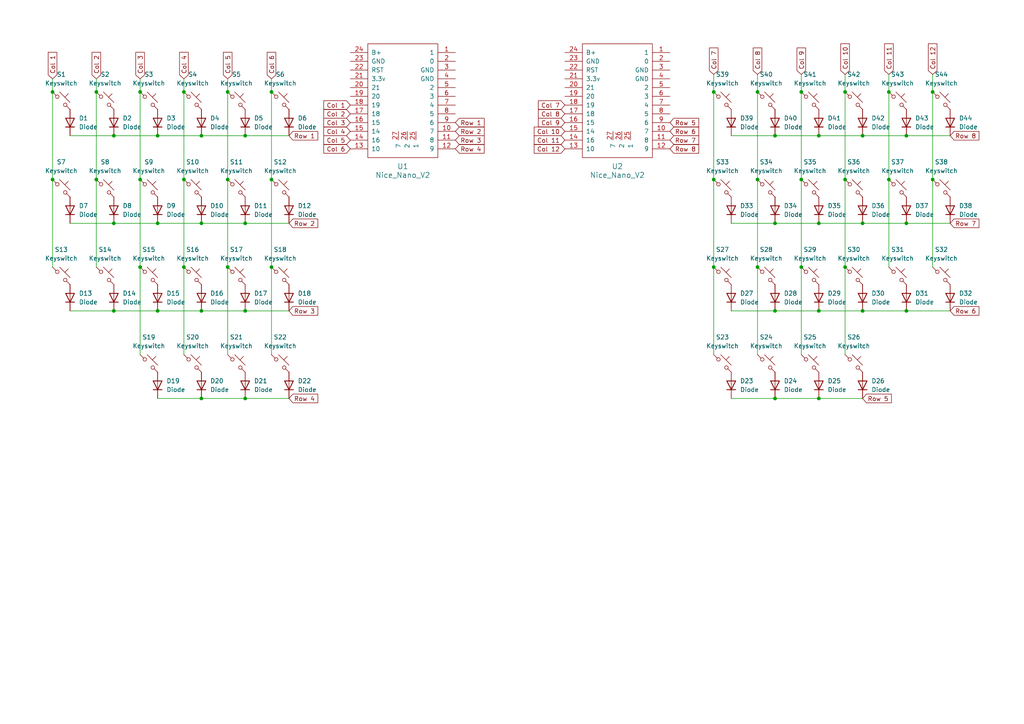
<source format=kicad_sch>
(kicad_sch (version 20250114) (generator "eeschema") (generator_version "9.0")
  (paper "A4")
  (lib_symbols
    (symbol "ScottoKeebs:MCU_Nice_Nano_V2" (pin_names (offset 1.016))
      (property "Reference" "U" (at 0 0 0))
      (property "Value" "Nice_Nano_V2" (at 0 -19.05 0))
      (symbol "MCU_Nice_Nano_V2_0_1"
        (rectangle (start -10.16 16.51) (end 10.16 -16.51))
      )
      (symbol "MCU_Nice_Nano_V2_1_1"
        (pin input line (at -15.24 13.97 0) (length 5.08) (name "1") (number "1"))
        (pin input line (at -15.24 11.43 0) (length 5.08) (name "0") (number "2"))
        (pin input line (at -15.24 8.89 0) (length 5.08) (name "GND") (number "3"))
        (pin input line (at -15.24 6.35 0) (length 5.08) (name "GND") (number "4"))
        (pin input line (at -15.24 3.81 0) (length 5.08) (name "2") (number "5"))
        (pin input line (at -15.24 1.27 0) (length 5.08) (name "3") (number "6"))
        (pin input line (at -15.24 -1.27 0) (length 5.08) (name "4") (number "7"))
        (pin input line (at -15.24 -3.81 0) (length 5.08) (name "5") (number "8"))
        (pin input line (at -15.24 -6.35 0) (length 5.08) (name "6") (number "9"))
        (pin input line (at -15.24 -8.89 0) (length 5.08) (name "7") (number "10"))
        (pin input line (at -15.24 -11.43 0) (length 5.08) (name "8") (number "11"))
        (pin input line (at -15.24 -13.97 0) (length 5.08) (name "9") (number "12"))
        (pin input line (at -3.81 -8.89 270) (length 2.5) (name "1") (number "25"))
        (pin input line (at -1.27 -8.89 270) (length 2.5) (name "2") (number "26"))
        (pin input line (at 1.27 -8.89 270) (length 2.5) (name "7") (number "27"))
        (pin input line (at 15.24 13.97 180) (length 5.08) (name "B+") (number "24"))
        (pin input line (at 15.24 11.43 180) (length 5.08) (name "GND") (number "23"))
        (pin input line (at 15.24 8.89 180) (length 5.08) (name "RST") (number "22"))
        (pin input line (at 15.24 6.35 180) (length 5.08) (name "3.3v") (number "21"))
        (pin input line (at 15.24 3.81 180) (length 5.08) (name "21") (number "20"))
        (pin input line (at 15.24 1.27 180) (length 5.08) (name "20") (number "19"))
        (pin input line (at 15.24 -1.27 180) (length 5.08) (name "19") (number "18"))
        (pin input line (at 15.24 -3.81 180) (length 5.08) (name "18") (number "17"))
        (pin input line (at 15.24 -6.35 180) (length 5.08) (name "15") (number "16"))
        (pin input line (at 15.24 -8.89 180) (length 5.08) (name "14") (number "15"))
        (pin input line (at 15.24 -11.43 180) (length 5.08) (name "16") (number "14"))
        (pin input line (at 15.24 -13.97 180) (length 5.08) (name "10") (number "13"))
      )
    )
    (symbol "ScottoKeebs:Placeholder_Diode" (pin_numbers (hide yes)) (pin_names (hide yes))
      (property "Reference" "D" (at 0 2.54 0))
      (property "Value" "Diode" (at 0 -2.54 0))
      (symbol "Placeholder_Diode_0_1"
        (polyline (pts (xy -1.27 1.27) (xy -1.27 -1.27)) (stroke (width 0.254)))
        (polyline (pts (xy 1.27 1.27) (xy 1.27 -1.27) (xy -1.27 0) (xy 1.27 1.27)) (stroke (width 0.254)))
        (polyline (pts (xy 1.27 0) (xy -1.27 0)))
      )
      (symbol "Placeholder_Diode_1_1"
        (pin passive line (at -3.81 0 0) (length 2.54) (name "K") (number "1"))
        (pin passive line (at 3.81 0 180) (length 2.54) (name "A") (number "2"))
      )
    )
    (symbol "ScottoKeebs:Placeholder_Keyswitch" (pin_numbers (hide yes)) (pin_names (offset 1.016) (hide yes))
      (property "Reference" "S" (at 3.048 1.016 0))
      (property "Value" "Keyswitch" (at 0 -3.81 0))
      (symbol "Placeholder_Keyswitch_0_1"
        (polyline (pts (xy -2.54 2.54) (xy -1.524 1.524) (xy -1.524 1.524)))
        (circle (center -1.1684 1.1684) (radius 0.508))
        (polyline (pts (xy -0.508 2.54) (xy 2.54 -0.508)))
        (polyline (pts (xy 1.016 1.016) (xy 2.032 2.032)))
        (circle (center 1.143 -1.1938) (radius 0.508))
        (polyline (pts (xy 1.524 -1.524) (xy 2.54 -2.54) (xy 2.54 -2.54) (xy 2.54 -2.54)))
        (pin passive line (at -2.54 2.54 0) (length 0) (name "1") (number "1"))
        (pin passive line (at 2.54 -2.54 180) (length 0) (name "2") (number "2"))
      )
    )
  )
  (junction (at 270.51 26.67))
  (junction (at 207.01 52.07))
  (junction (at 40.64 77.47))
  (junction (at 224.79 39.37))
  (junction (at 262.89 39.37))
  (junction (at 78.74 52.07))
  (junction (at 257.81 52.07))
  (junction (at 33.02 64.77))
  (junction (at 33.02 39.37))
  (junction (at 58.42 90.17))
  (junction (at 232.41 52.07))
  (junction (at 66.04 26.67))
  (junction (at 250.19 64.77))
  (junction (at 71.12 39.37))
  (junction (at 262.89 64.77))
  (junction (at 232.41 26.67))
  (junction (at 224.79 115.57))
  (junction (at 237.49 64.77))
  (junction (at 15.24 52.07))
  (junction (at 33.02 90.17))
  (junction (at 245.11 77.47))
  (junction (at 207.01 26.67))
  (junction (at 262.89 90.17))
  (junction (at 232.41 77.47))
  (junction (at 257.81 26.67))
  (junction (at 71.12 115.57))
  (junction (at 270.51 52.07))
  (junction (at 245.11 26.67))
  (junction (at 237.49 39.37))
  (junction (at 45.72 90.17))
  (junction (at 250.19 90.17))
  (junction (at 71.12 64.77))
  (junction (at 66.04 77.47))
  (junction (at 27.94 52.07))
  (junction (at 219.71 26.67))
  (junction (at 58.42 39.37))
  (junction (at 40.64 52.07))
  (junction (at 250.19 39.37))
  (junction (at 245.11 52.07))
  (junction (at 224.79 90.17))
  (junction (at 219.71 77.47))
  (junction (at 58.42 115.57))
  (junction (at 78.74 77.47))
  (junction (at 71.12 90.17))
  (junction (at 40.64 26.67))
  (junction (at 219.71 52.07))
  (junction (at 207.01 77.47))
  (junction (at 53.34 26.67))
  (junction (at 78.74 26.67))
  (junction (at 45.72 39.37))
  (junction (at 15.24 26.67))
  (junction (at 53.34 77.47))
  (junction (at 237.49 115.57))
  (junction (at 53.34 52.07))
  (junction (at 66.04 52.07))
  (junction (at 45.72 64.77))
  (junction (at 237.49 90.17))
  (junction (at 224.79 64.77))
  (junction (at 27.94 26.67))
  (junction (at 58.42 64.77))
  (wire (pts (xy 224.79 115.57) (xy 237.49 115.57)))
  (wire (pts (xy 53.34 77.47) (xy 53.34 102.87)))
  (wire (pts (xy 45.72 39.37) (xy 58.42 39.37)))
  (wire (pts (xy 45.72 90.17) (xy 58.42 90.17)))
  (wire (pts (xy 257.81 52.07) (xy 257.81 77.47)))
  (wire (pts (xy 27.94 22.86) (xy 27.94 26.67)))
  (wire (pts (xy 250.19 90.17) (xy 262.89 90.17)))
  (wire (pts (xy 270.51 26.67) (xy 270.51 52.07)))
  (wire (pts (xy 245.11 21.59) (xy 245.11 26.67)))
  (wire (pts (xy 232.41 26.67) (xy 232.41 52.07)))
  (wire (pts (xy 20.32 39.37) (xy 33.02 39.37)))
  (wire (pts (xy 219.71 26.67) (xy 219.71 52.07)))
  (wire (pts (xy 53.34 52.07) (xy 53.34 77.47)))
  (wire (pts (xy 232.41 21.59) (xy 232.41 26.67)))
  (wire (pts (xy 219.71 52.07) (xy 219.71 77.47)))
  (wire (pts (xy 245.11 26.67) (xy 245.11 52.07)))
  (wire (pts (xy 58.42 90.17) (xy 71.12 90.17)))
  (wire (pts (xy 71.12 39.37) (xy 83.82 39.37)))
  (wire (pts (xy 262.89 64.77) (xy 275.59 64.77)))
  (wire (pts (xy 245.11 52.07) (xy 245.11 77.47)))
  (wire (pts (xy 40.64 22.86) (xy 40.64 26.67)))
  (wire (pts (xy 40.64 52.07) (xy 40.64 77.47)))
  (wire (pts (xy 212.09 64.77) (xy 224.79 64.77)))
  (wire (pts (xy 250.19 39.37) (xy 262.89 39.37)))
  (wire (pts (xy 237.49 90.17) (xy 250.19 90.17)))
  (wire (pts (xy 232.41 77.47) (xy 232.41 102.87)))
  (wire (pts (xy 262.89 90.17) (xy 275.59 90.17)))
  (wire (pts (xy 212.09 39.37) (xy 224.79 39.37)))
  (wire (pts (xy 250.19 64.77) (xy 262.89 64.77)))
  (wire (pts (xy 15.24 26.67) (xy 15.24 52.07)))
  (wire (pts (xy 257.81 26.67) (xy 257.81 52.07)))
  (wire (pts (xy 33.02 39.37) (xy 45.72 39.37)))
  (wire (pts (xy 207.01 21.59) (xy 207.01 26.67)))
  (wire (pts (xy 20.32 64.77) (xy 33.02 64.77)))
  (wire (pts (xy 219.71 21.59) (xy 219.71 26.67)))
  (wire (pts (xy 66.04 22.86) (xy 66.04 26.67)))
  (wire (pts (xy 33.02 90.17) (xy 45.72 90.17)))
  (wire (pts (xy 66.04 77.47) (xy 66.04 102.87)))
  (wire (pts (xy 224.79 39.37) (xy 237.49 39.37)))
  (wire (pts (xy 58.42 64.77) (xy 71.12 64.77)))
  (wire (pts (xy 237.49 39.37) (xy 250.19 39.37)))
  (wire (pts (xy 58.42 115.57) (xy 71.12 115.57)))
  (wire (pts (xy 207.01 52.07) (xy 207.01 77.47)))
  (wire (pts (xy 33.02 64.77) (xy 45.72 64.77)))
  (wire (pts (xy 71.12 115.57) (xy 83.82 115.57)))
  (wire (pts (xy 257.81 21.59) (xy 257.81 26.67)))
  (wire (pts (xy 212.09 90.17) (xy 224.79 90.17)))
  (wire (pts (xy 78.74 22.86) (xy 78.74 26.67)))
  (wire (pts (xy 66.04 26.67) (xy 66.04 52.07)))
  (wire (pts (xy 232.41 52.07) (xy 232.41 77.47)))
  (wire (pts (xy 71.12 64.77) (xy 83.82 64.77)))
  (wire (pts (xy 219.71 77.47) (xy 219.71 102.87)))
  (wire (pts (xy 78.74 52.07) (xy 78.74 77.47)))
  (wire (pts (xy 45.72 64.77) (xy 58.42 64.77)))
  (wire (pts (xy 40.64 77.47) (xy 40.64 102.87)))
  (wire (pts (xy 237.49 64.77) (xy 250.19 64.77)))
  (wire (pts (xy 40.64 26.67) (xy 40.64 52.07)))
  (wire (pts (xy 262.89 39.37) (xy 275.59 39.37)))
  (wire (pts (xy 224.79 90.17) (xy 237.49 90.17)))
  (wire (pts (xy 78.74 26.67) (xy 78.74 52.07)))
  (wire (pts (xy 237.49 115.57) (xy 250.19 115.57)))
  (wire (pts (xy 58.42 39.37) (xy 71.12 39.37)))
  (wire (pts (xy 53.34 26.67) (xy 53.34 52.07)))
  (wire (pts (xy 270.51 52.07) (xy 270.51 77.47)))
  (wire (pts (xy 45.72 115.57) (xy 58.42 115.57)))
  (wire (pts (xy 207.01 77.47) (xy 207.01 102.87)))
  (wire (pts (xy 27.94 26.67) (xy 27.94 52.07)))
  (wire (pts (xy 15.24 22.86) (xy 15.24 26.67)))
  (wire (pts (xy 78.74 77.47) (xy 78.74 102.87)))
  (wire (pts (xy 27.94 52.07) (xy 27.94 77.47)))
  (wire (pts (xy 20.32 90.17) (xy 33.02 90.17)))
  (wire (pts (xy 66.04 52.07) (xy 66.04 77.47)))
  (wire (pts (xy 224.79 64.77) (xy 237.49 64.77)))
  (wire (pts (xy 15.24 52.07) (xy 15.24 77.47)))
  (wire (pts (xy 212.09 115.57) (xy 224.79 115.57)))
  (wire (pts (xy 245.11 77.47) (xy 245.11 102.87)))
  (wire (pts (xy 207.01 26.67) (xy 207.01 52.07)))
  (wire (pts (xy 270.51 21.59) (xy 270.51 26.67)))
  (wire (pts (xy 71.12 90.17) (xy 83.82 90.17)))
  (wire (pts (xy 53.34 22.86) (xy 53.34 26.67)))
  (global_label "Col 6" (shape input) (at 101.6 43.18 180) (property "Intersheetrefs" "${INTERSHEET_REFS}" (effects (hide yes))))
  (global_label "Col 7" (shape input) (at 163.83 30.48 180) (property "Intersheetrefs" "${INTERSHEET_REFS}" (effects (hide yes))))
  (global_label "Col 11" (shape input) (at 257.81 21.59 90) (property "Intersheetrefs" "${INTERSHEET_REFS}" (effects (hide yes))))
  (global_label "Row 7" (shape input) (at 194.31 40.64 0) (property "Intersheetrefs" "${INTERSHEET_REFS}" (effects (hide yes))))
  (global_label "Row 5" (shape input) (at 194.31 35.56 0) (property "Intersheetrefs" "${INTERSHEET_REFS}" (effects (hide yes))))
  (global_label "Row 2" (shape input) (at 83.82 64.77 0) (property "Intersheetrefs" "${INTERSHEET_REFS}" (effects (hide yes))))
  (global_label "Col 10" (shape input) (at 163.83 38.1 180) (property "Intersheetrefs" "${INTERSHEET_REFS}" (effects (hide yes))))
  (global_label "Col 3" (shape input) (at 101.6 35.56 180) (property "Intersheetrefs" "${INTERSHEET_REFS}" (effects (hide yes))))
  (global_label "Col 2" (shape input) (at 27.94 22.86 90) (property "Intersheetrefs" "${INTERSHEET_REFS}" (effects (hide yes))))
  (global_label "Row 6" (shape input) (at 194.31 38.1 0) (property "Intersheetrefs" "${INTERSHEET_REFS}" (effects (hide yes))))
  (global_label "Col 10" (shape input) (at 245.11 21.59 90) (property "Intersheetrefs" "${INTERSHEET_REFS}" (effects (hide yes))))
  (global_label "Col 9" (shape input) (at 163.83 35.56 180) (property "Intersheetrefs" "${INTERSHEET_REFS}" (effects (hide yes))))
  (global_label "Row 5" (shape input) (at 250.19 115.57 0) (property "Intersheetrefs" "${INTERSHEET_REFS}" (effects (hide yes))))
  (global_label "Col 12" (shape input) (at 163.83 43.18 180) (property "Intersheetrefs" "${INTERSHEET_REFS}" (effects (hide yes))))
  (global_label "Col 12" (shape input) (at 270.51 21.59 90) (property "Intersheetrefs" "${INTERSHEET_REFS}" (effects (hide yes))))
  (global_label "Col 5" (shape input) (at 66.04 22.86 90) (property "Intersheetrefs" "${INTERSHEET_REFS}" (effects (hide yes))))
  (global_label "Col 7" (shape input) (at 207.01 21.59 90) (property "Intersheetrefs" "${INTERSHEET_REFS}" (effects (hide yes))))
  (global_label "Row 3" (shape input) (at 83.82 90.17 0) (property "Intersheetrefs" "${INTERSHEET_REFS}" (effects (hide yes))))
  (global_label "Row 8" (shape input) (at 194.31 43.18 0) (property "Intersheetrefs" "${INTERSHEET_REFS}" (effects (hide yes))))
  (global_label "Row 4" (shape input) (at 132.08 43.18 0) (property "Intersheetrefs" "${INTERSHEET_REFS}" (effects (hide yes))))
  (global_label "Row 8" (shape input) (at 275.59 39.37 0) (property "Intersheetrefs" "${INTERSHEET_REFS}" (effects (hide yes))))
  (global_label "Row 2" (shape input) (at 132.08 38.1 0) (property "Intersheetrefs" "${INTERSHEET_REFS}" (effects (hide yes))))
  (global_label "Row 6" (shape input) (at 275.59 90.17 0) (property "Intersheetrefs" "${INTERSHEET_REFS}" (effects (hide yes))))
  (global_label "Row 3" (shape input) (at 132.08 40.64 0) (property "Intersheetrefs" "${INTERSHEET_REFS}" (effects (hide yes))))
  (global_label "Col 1" (shape input) (at 101.6 30.48 180) (property "Intersheetrefs" "${INTERSHEET_REFS}" (effects (hide yes))))
  (global_label "Row 1" (shape input) (at 83.82 39.37 0) (property "Intersheetrefs" "${INTERSHEET_REFS}" (effects (hide yes))))
  (global_label "Col 4" (shape input) (at 101.6 38.1 180) (property "Intersheetrefs" "${INTERSHEET_REFS}" (effects (hide yes))))
  (global_label "Col 4" (shape input) (at 53.34 22.86 90) (property "Intersheetrefs" "${INTERSHEET_REFS}" (effects (hide yes))))
  (global_label "Col 8" (shape input) (at 219.71 21.59 90) (property "Intersheetrefs" "${INTERSHEET_REFS}" (effects (hide yes))))
  (global_label "Col 3" (shape input) (at 40.64 22.86 90) (property "Intersheetrefs" "${INTERSHEET_REFS}" (effects (hide yes))))
  (global_label "Col 9" (shape input) (at 232.41 21.59 90) (property "Intersheetrefs" "${INTERSHEET_REFS}" (effects (hide yes))))
  (global_label "Row 1" (shape input) (at 132.08 35.56 0) (property "Intersheetrefs" "${INTERSHEET_REFS}" (effects (hide yes))))
  (global_label "Row 4" (shape input) (at 83.82 115.57 0) (property "Intersheetrefs" "${INTERSHEET_REFS}" (effects (hide yes))))
  (global_label "Col 5" (shape input) (at 101.6 40.64 180) (property "Intersheetrefs" "${INTERSHEET_REFS}" (effects (hide yes))))
  (global_label "Col 1" (shape input) (at 15.24 22.86 90) (property "Intersheetrefs" "${INTERSHEET_REFS}" (effects (hide yes))))
  (global_label "Row 7" (shape input) (at 275.59 64.77 0) (property "Intersheetrefs" "${INTERSHEET_REFS}" (effects (hide yes))))
  (global_label "Col 8" (shape input) (at 163.83 33.02 180) (property "Intersheetrefs" "${INTERSHEET_REFS}" (effects (hide yes))))
  (global_label "Col 11" (shape input) (at 163.83 40.64 180) (property "Intersheetrefs" "${INTERSHEET_REFS}" (effects (hide yes))))
  (global_label "Col 6" (shape input) (at 78.74 22.86 90) (property "Intersheetrefs" "${INTERSHEET_REFS}" (effects (hide yes))))
  (global_label "Col 2" (shape input) (at 101.6 33.02 180) (property "Intersheetrefs" "${INTERSHEET_REFS}" (effects (hide yes))))
  (symbol (lib_id "ScottoKeebs:Placeholder_Keyswitch") (at 260.35 29.21 0) (unit 1)
    (property "Reference" "S43" (at 260.35 21.59 0))
    (property "Value" "Keyswitch" (at 260.35 24.13 0))
    (property "Footprint" "ScottoKeebs_Hotswap:Hotswap_Choc_V1" (effects (hide yes)))
    (property "Description" "Push button switch, normally open, two pins, 45° tilted" (effects (hide yes)))
  )
  (symbol (lib_id "ScottoKeebs:Placeholder_Diode") (at 212.09 35.56 90) (unit 1)
    (property "Reference" "D39" (at 214.63 34.2899 90) (effects (justify right)))
    (property "Value" "Diode" (at 214.63 36.8299 90) (effects (justify right)))
    (property "Footprint" "ScottoKeebs_Components:Diode_DO-35" (effects (hide yes)))
    (property "Description" "1N4148 (DO-35) or 1N4148W (SOD-123)" (effects (hide yes)))
    (property "Sim.Device" "D" (effects (hide yes)))
    (property "Sim.Pins" "1=K 2=A" (effects (hide yes)))
  )
  (symbol (lib_id "ScottoKeebs:Placeholder_Diode") (at 275.59 35.56 90) (unit 1)
    (property "Reference" "D44" (at 278.13 34.2899 90) (effects (justify right)))
    (property "Value" "Diode" (at 278.13 36.8299 90) (effects (justify right)))
    (property "Footprint" "ScottoKeebs_Components:Diode_DO-35" (effects (hide yes)))
    (property "Description" "1N4148 (DO-35) or 1N4148W (SOD-123)" (effects (hide yes)))
    (property "Sim.Device" "D" (effects (hide yes)))
    (property "Sim.Pins" "1=K 2=A" (effects (hide yes)))
  )
  (symbol (lib_id "ScottoKeebs:Placeholder_Diode") (at 224.79 60.96 90) (unit 1)
    (property "Reference" "D34" (at 227.33 59.6899 90) (effects (justify right)))
    (property "Value" "Diode" (at 227.33 62.2299 90) (effects (justify right)))
    (property "Footprint" "ScottoKeebs_Components:Diode_DO-35" (effects (hide yes)))
    (property "Description" "1N4148 (DO-35) or 1N4148W (SOD-123)" (effects (hide yes)))
    (property "Sim.Device" "D" (effects (hide yes)))
    (property "Sim.Pins" "1=K 2=A" (effects (hide yes)))
  )
  (symbol (lib_id "ScottoKeebs:Placeholder_Keyswitch") (at 43.18 80.01 0) (unit 1)
    (property "Reference" "S15" (at 43.18 72.39 0))
    (property "Value" "Keyswitch" (at 43.18 74.93 0))
    (property "Footprint" "ScottoKeebs_Hotswap:Hotswap_Choc_V1" (effects (hide yes)))
    (property "Description" "Push button switch, normally open, two pins, 45° tilted" (effects (hide yes)))
  )
  (symbol (lib_id "ScottoKeebs:Placeholder_Diode") (at 224.79 111.76 90) (unit 1)
    (property "Reference" "D24" (at 227.33 110.4899 90) (effects (justify right)))
    (property "Value" "Diode" (at 227.33 113.0299 90) (effects (justify right)))
    (property "Footprint" "ScottoKeebs_Components:Diode_DO-35" (effects (hide yes)))
    (property "Description" "1N4148 (DO-35) or 1N4148W (SOD-123)" (effects (hide yes)))
    (property "Sim.Device" "D" (effects (hide yes)))
    (property "Sim.Pins" "1=K 2=A" (effects (hide yes)))
  )
  (symbol (lib_id "ScottoKeebs:Placeholder_Keyswitch") (at 55.88 80.01 0) (unit 1)
    (property "Reference" "S16" (at 55.88 72.39 0))
    (property "Value" "Keyswitch" (at 55.88 74.93 0))
    (property "Footprint" "ScottoKeebs_Hotswap:Hotswap_Choc_V1" (effects (hide yes)))
    (property "Description" "Push button switch, normally open, two pins, 45° tilted" (effects (hide yes)))
  )
  (symbol (lib_id "ScottoKeebs:Placeholder_Keyswitch") (at 17.78 29.21 0) (unit 1)
    (property "Reference" "S1" (at 17.78 21.59 0))
    (property "Value" "Keyswitch" (at 17.78 24.13 0))
    (property "Footprint" "ScottoKeebs_Hotswap:Hotswap_Choc_V1" (effects (hide yes)))
    (property "Description" "Push button switch, normally open, two pins, 45° tilted" (effects (hide yes)))
  )
  (symbol (lib_id "ScottoKeebs:Placeholder_Keyswitch") (at 17.78 54.61 0) (unit 1)
    (property "Reference" "S7" (at 17.78 46.99 0))
    (property "Value" "Keyswitch" (at 17.78 49.53 0))
    (property "Footprint" "ScottoKeebs_Hotswap:Hotswap_Choc_V1" (effects (hide yes)))
    (property "Description" "Push button switch, normally open, two pins, 45° tilted" (effects (hide yes)))
  )
  (symbol (lib_id "ScottoKeebs:Placeholder_Diode") (at 262.89 86.36 90) (unit 1)
    (property "Reference" "D31" (at 265.43 85.0899 90) (effects (justify right)))
    (property "Value" "Diode" (at 265.43 87.6299 90) (effects (justify right)))
    (property "Footprint" "ScottoKeebs_Components:Diode_DO-35" (effects (hide yes)))
    (property "Description" "1N4148 (DO-35) or 1N4148W (SOD-123)" (effects (hide yes)))
    (property "Sim.Device" "D" (effects (hide yes)))
    (property "Sim.Pins" "1=K 2=A" (effects (hide yes)))
  )
  (symbol (lib_id "ScottoKeebs:Placeholder_Keyswitch") (at 247.65 105.41 0) (unit 1)
    (property "Reference" "S26" (at 247.65 97.79 0))
    (property "Value" "Keyswitch" (at 247.65 100.33 0))
    (property "Footprint" "ScottoKeebs_Hotswap:Hotswap_Choc_V1" (effects (hide yes)))
    (property "Description" "Push button switch, normally open, two pins, 45° tilted" (effects (hide yes)))
  )
  (symbol (lib_id "ScottoKeebs:Placeholder_Keyswitch") (at 81.28 29.21 0) (unit 1)
    (property "Reference" "S6" (at 81.28 21.59 0))
    (property "Value" "Keyswitch" (at 81.28 24.13 0))
    (property "Footprint" "ScottoKeebs_Hotswap:Hotswap_Choc_V1" (effects (hide yes)))
    (property "Description" "Push button switch, normally open, two pins, 45° tilted" (effects (hide yes)))
  )
  (symbol (lib_id "ScottoKeebs:Placeholder_Diode") (at 33.02 86.36 90) (unit 1)
    (property "Reference" "D14" (at 35.56 85.0899 90) (effects (justify right)))
    (property "Value" "Diode" (at 35.56 87.6299 90) (effects (justify right)))
    (property "Footprint" "ScottoKeebs_Components:Diode_DO-35" (effects (hide yes)))
    (property "Description" "1N4148 (DO-35) or 1N4148W (SOD-123)" (effects (hide yes)))
    (property "Sim.Device" "D" (effects (hide yes)))
    (property "Sim.Pins" "1=K 2=A" (effects (hide yes)))
  )
  (symbol (lib_id "ScottoKeebs:Placeholder_Keyswitch") (at 30.48 29.21 0) (unit 1)
    (property "Reference" "S2" (at 30.48 21.59 0))
    (property "Value" "Keyswitch" (at 30.48 24.13 0))
    (property "Footprint" "ScottoKeebs_Hotswap:Hotswap_Choc_V1" (effects (hide yes)))
    (property "Description" "Push button switch, normally open, two pins, 45° tilted" (effects (hide yes)))
  )
  (symbol (lib_id "ScottoKeebs:Placeholder_Keyswitch") (at 43.18 29.21 0) (unit 1)
    (property "Reference" "S3" (at 43.18 21.59 0))
    (property "Value" "Keyswitch" (at 43.18 24.13 0))
    (property "Footprint" "ScottoKeebs_Hotswap:Hotswap_Choc_V1" (effects (hide yes)))
    (property "Description" "Push button switch, normally open, two pins, 45° tilted" (effects (hide yes)))
  )
  (symbol (lib_id "ScottoKeebs:Placeholder_Diode") (at 20.32 35.56 90) (unit 1)
    (property "Reference" "D1" (at 22.86 34.2899 90) (effects (justify right)))
    (property "Value" "Diode" (at 22.86 36.8299 90) (effects (justify right)))
    (property "Footprint" "ScottoKeebs_Components:Diode_DO-35" (effects (hide yes)))
    (property "Description" "1N4148 (DO-35) or 1N4148W (SOD-123)" (effects (hide yes)))
    (property "Sim.Device" "D" (effects (hide yes)))
    (property "Sim.Pins" "1=K 2=A" (effects (hide yes)))
  )
  (symbol (lib_id "ScottoKeebs:Placeholder_Diode") (at 237.49 35.56 90) (unit 1)
    (property "Reference" "D41" (at 240.03 34.2899 90) (effects (justify right)))
    (property "Value" "Diode" (at 240.03 36.8299 90) (effects (justify right)))
    (property "Footprint" "ScottoKeebs_Components:Diode_DO-35" (effects (hide yes)))
    (property "Description" "1N4148 (DO-35) or 1N4148W (SOD-123)" (effects (hide yes)))
    (property "Sim.Device" "D" (effects (hide yes)))
    (property "Sim.Pins" "1=K 2=A" (effects (hide yes)))
  )
  (symbol (lib_id "ScottoKeebs:Placeholder_Diode") (at 275.59 60.96 90) (unit 1)
    (property "Reference" "D38" (at 278.13 59.6899 90) (effects (justify right)))
    (property "Value" "Diode" (at 278.13 62.2299 90) (effects (justify right)))
    (property "Footprint" "ScottoKeebs_Components:Diode_DO-35" (effects (hide yes)))
    (property "Description" "1N4148 (DO-35) or 1N4148W (SOD-123)" (effects (hide yes)))
    (property "Sim.Device" "D" (effects (hide yes)))
    (property "Sim.Pins" "1=K 2=A" (effects (hide yes)))
  )
  (symbol (lib_id "ScottoKeebs:Placeholder_Keyswitch") (at 234.95 29.21 0) (unit 1)
    (property "Reference" "S41" (at 234.95 21.59 0))
    (property "Value" "Keyswitch" (at 234.95 24.13 0))
    (property "Footprint" "ScottoKeebs_Hotswap:Hotswap_Choc_V1" (effects (hide yes)))
    (property "Description" "Push button switch, normally open, two pins, 45° tilted" (effects (hide yes)))
  )
  (symbol (lib_id "ScottoKeebs:Placeholder_Diode") (at 262.89 60.96 90) (unit 1)
    (property "Reference" "D37" (at 265.43 59.6899 90) (effects (justify right)))
    (property "Value" "Diode" (at 265.43 62.2299 90) (effects (justify right)))
    (property "Footprint" "ScottoKeebs_Components:Diode_DO-35" (effects (hide yes)))
    (property "Description" "1N4148 (DO-35) or 1N4148W (SOD-123)" (effects (hide yes)))
    (property "Sim.Device" "D" (effects (hide yes)))
    (property "Sim.Pins" "1=K 2=A" (effects (hide yes)))
  )
  (symbol (lib_id "ScottoKeebs:Placeholder_Keyswitch") (at 234.95 54.61 0) (unit 1)
    (property "Reference" "S35" (at 234.95 46.99 0))
    (property "Value" "Keyswitch" (at 234.95 49.53 0))
    (property "Footprint" "ScottoKeebs_Hotswap:Hotswap_Choc_V1" (effects (hide yes)))
    (property "Description" "Push button switch, normally open, two pins, 45° tilted" (effects (hide yes)))
  )
  (symbol (lib_id "ScottoKeebs:Placeholder_Keyswitch") (at 234.95 80.01 0) (unit 1)
    (property "Reference" "S29" (at 234.95 72.39 0))
    (property "Value" "Keyswitch" (at 234.95 74.93 0))
    (property "Footprint" "ScottoKeebs_Hotswap:Hotswap_Choc_V1" (effects (hide yes)))
    (property "Description" "Push button switch, normally open, two pins, 45° tilted" (effects (hide yes)))
  )
  (symbol (lib_id "ScottoKeebs:Placeholder_Keyswitch") (at 55.88 54.61 0) (unit 1)
    (property "Reference" "S10" (at 55.88 46.99 0))
    (property "Value" "Keyswitch" (at 55.88 49.53 0))
    (property "Footprint" "ScottoKeebs_Hotswap:Hotswap_Choc_V1" (effects (hide yes)))
    (property "Description" "Push button switch, normally open, two pins, 45° tilted" (effects (hide yes)))
  )
  (symbol (lib_id "ScottoKeebs:Placeholder_Keyswitch") (at 68.58 105.41 0) (unit 1)
    (property "Reference" "S21" (at 68.58 97.79 0))
    (property "Value" "Keyswitch" (at 68.58 100.33 0))
    (property "Footprint" "ScottoKeebs_Hotswap:Hotswap_Choc_V1" (effects (hide yes)))
    (property "Description" "Push button switch, normally open, two pins, 45° tilted" (effects (hide yes)))
  )
  (symbol (lib_id "ScottoKeebs:Placeholder_Keyswitch") (at 209.55 80.01 0) (unit 1)
    (property "Reference" "S27" (at 209.55 72.39 0))
    (property "Value" "Keyswitch" (at 209.55 74.93 0))
    (property "Footprint" "ScottoKeebs_Hotswap:Hotswap_Choc_V1" (effects (hide yes)))
    (property "Description" "Push button switch, normally open, two pins, 45° tilted" (effects (hide yes)))
  )
  (symbol (lib_id "ScottoKeebs:Placeholder_Keyswitch") (at 222.25 29.21 0) (unit 1)
    (property "Reference" "S40" (at 222.25 21.59 0))
    (property "Value" "Keyswitch" (at 222.25 24.13 0))
    (property "Footprint" "ScottoKeebs_Hotswap:Hotswap_Choc_V1" (effects (hide yes)))
    (property "Description" "Push button switch, normally open, two pins, 45° tilted" (effects (hide yes)))
  )
  (symbol (lib_id "ScottoKeebs:Placeholder_Keyswitch") (at 273.05 54.61 0) (unit 1)
    (property "Reference" "S38" (at 273.05 46.99 0))
    (property "Value" "Keyswitch" (at 273.05 49.53 0))
    (property "Footprint" "ScottoKeebs_Hotswap:Hotswap_Choc_V1" (effects (hide yes)))
    (property "Description" "Push button switch, normally open, two pins, 45° tilted" (effects (hide yes)))
  )
  (symbol (lib_id "ScottoKeebs:MCU_Nice_Nano_V2") (at 179.07 29.21 0) (mirror y) (unit 1)
    (property "Reference" "U2" (at 179.07 48.26 0) (effects (font (size 1.524 1.524))))
    (property "Value" "Nice_Nano_V2" (at 179.07 50.8 0) (effects (font (size 1.524 1.524))))
    (property "Footprint" "ScottoKeebs_MCU:Nice_Nano_V2_Flipped" (effects (hide yes)))
  )
  (symbol (lib_id "ScottoKeebs:Placeholder_Keyswitch") (at 222.25 80.01 0) (unit 1)
    (property "Reference" "S28" (at 222.25 72.39 0))
    (property "Value" "Keyswitch" (at 222.25 74.93 0))
    (property "Footprint" "ScottoKeebs_Hotswap:Hotswap_Choc_V1" (effects (hide yes)))
    (property "Description" "Push button switch, normally open, two pins, 45° tilted" (effects (hide yes)))
  )
  (symbol (lib_id "ScottoKeebs:Placeholder_Diode") (at 237.49 60.96 90) (unit 1)
    (property "Reference" "D35" (at 240.03 59.6899 90) (effects (justify right)))
    (property "Value" "Diode" (at 240.03 62.2299 90) (effects (justify right)))
    (property "Footprint" "ScottoKeebs_Components:Diode_DO-35" (effects (hide yes)))
    (property "Description" "1N4148 (DO-35) or 1N4148W (SOD-123)" (effects (hide yes)))
    (property "Sim.Device" "D" (effects (hide yes)))
    (property "Sim.Pins" "1=K 2=A" (effects (hide yes)))
  )
  (symbol (lib_id "ScottoKeebs:Placeholder_Keyswitch") (at 30.48 54.61 0) (unit 1)
    (property "Reference" "S8" (at 30.48 46.99 0))
    (property "Value" "Keyswitch" (at 30.48 49.53 0))
    (property "Footprint" "ScottoKeebs_Hotswap:Hotswap_Choc_V1" (effects (hide yes)))
    (property "Description" "Push button switch, normally open, two pins, 45° tilted" (effects (hide yes)))
  )
  (symbol (lib_id "ScottoKeebs:Placeholder_Diode") (at 45.72 86.36 90) (unit 1)
    (property "Reference" "D15" (at 48.26 85.0899 90) (effects (justify right)))
    (property "Value" "Diode" (at 48.26 87.6299 90) (effects (justify right)))
    (property "Footprint" "ScottoKeebs_Components:Diode_DO-35" (effects (hide yes)))
    (property "Description" "1N4148 (DO-35) or 1N4148W (SOD-123)" (effects (hide yes)))
    (property "Sim.Device" "D" (effects (hide yes)))
    (property "Sim.Pins" "1=K 2=A" (effects (hide yes)))
  )
  (symbol (lib_id "ScottoKeebs:Placeholder_Keyswitch") (at 68.58 54.61 0) (unit 1)
    (property "Reference" "S11" (at 68.58 46.99 0))
    (property "Value" "Keyswitch" (at 68.58 49.53 0))
    (property "Footprint" "ScottoKeebs_Hotswap:Hotswap_Choc_V1" (effects (hide yes)))
    (property "Description" "Push button switch, normally open, two pins, 45° tilted" (effects (hide yes)))
  )
  (symbol (lib_id "ScottoKeebs:Placeholder_Diode") (at 20.32 86.36 90) (unit 1)
    (property "Reference" "D13" (at 22.86 85.0899 90) (effects (justify right)))
    (property "Value" "Diode" (at 22.86 87.6299 90) (effects (justify right)))
    (property "Footprint" "ScottoKeebs_Components:Diode_DO-35" (effects (hide yes)))
    (property "Description" "1N4148 (DO-35) or 1N4148W (SOD-123)" (effects (hide yes)))
    (property "Sim.Device" "D" (effects (hide yes)))
    (property "Sim.Pins" "1=K 2=A" (effects (hide yes)))
  )
  (symbol (lib_id "ScottoKeebs:Placeholder_Diode") (at 224.79 35.56 90) (unit 1)
    (property "Reference" "D40" (at 227.33 34.2899 90) (effects (justify right)))
    (property "Value" "Diode" (at 227.33 36.8299 90) (effects (justify right)))
    (property "Footprint" "ScottoKeebs_Components:Diode_DO-35" (effects (hide yes)))
    (property "Description" "1N4148 (DO-35) or 1N4148W (SOD-123)" (effects (hide yes)))
    (property "Sim.Device" "D" (effects (hide yes)))
    (property "Sim.Pins" "1=K 2=A" (effects (hide yes)))
  )
  (symbol (lib_id "ScottoKeebs:Placeholder_Diode") (at 58.42 86.36 90) (unit 1)
    (property "Reference" "D16" (at 60.96 85.0899 90) (effects (justify right)))
    (property "Value" "Diode" (at 60.96 87.6299 90) (effects (justify right)))
    (property "Footprint" "ScottoKeebs_Components:Diode_DO-35" (effects (hide yes)))
    (property "Description" "1N4148 (DO-35) or 1N4148W (SOD-123)" (effects (hide yes)))
    (property "Sim.Device" "D" (effects (hide yes)))
    (property "Sim.Pins" "1=K 2=A" (effects (hide yes)))
  )
  (symbol (lib_id "ScottoKeebs:Placeholder_Keyswitch") (at 247.65 80.01 0) (unit 1)
    (property "Reference" "S30" (at 247.65 72.39 0))
    (property "Value" "Keyswitch" (at 247.65 74.93 0))
    (property "Footprint" "ScottoKeebs_Hotswap:Hotswap_Choc_V1" (effects (hide yes)))
    (property "Description" "Push button switch, normally open, two pins, 45° tilted" (effects (hide yes)))
  )
  (symbol (lib_id "ScottoKeebs:Placeholder_Diode") (at 224.79 86.36 90) (unit 1)
    (property "Reference" "D28" (at 227.33 85.0899 90) (effects (justify right)))
    (property "Value" "Diode" (at 227.33 87.6299 90) (effects (justify right)))
    (property "Footprint" "ScottoKeebs_Components:Diode_DO-35" (effects (hide yes)))
    (property "Description" "1N4148 (DO-35) or 1N4148W (SOD-123)" (effects (hide yes)))
    (property "Sim.Device" "D" (effects (hide yes)))
    (property "Sim.Pins" "1=K 2=A" (effects (hide yes)))
  )
  (symbol (lib_id "ScottoKeebs:Placeholder_Diode") (at 71.12 86.36 90) (unit 1)
    (property "Reference" "D17" (at 73.66 85.0899 90) (effects (justify right)))
    (property "Value" "Diode" (at 73.66 87.6299 90) (effects (justify right)))
    (property "Footprint" "ScottoKeebs_Components:Diode_DO-35" (effects (hide yes)))
    (property "Description" "1N4148 (DO-35) or 1N4148W (SOD-123)" (effects (hide yes)))
    (property "Sim.Device" "D" (effects (hide yes)))
    (property "Sim.Pins" "1=K 2=A" (effects (hide yes)))
  )
  (symbol (lib_id "ScottoKeebs:Placeholder_Diode") (at 71.12 35.56 90) (unit 1)
    (property "Reference" "D5" (at 73.66 34.2899 90) (effects (justify right)))
    (property "Value" "Diode" (at 73.66 36.8299 90) (effects (justify right)))
    (property "Footprint" "ScottoKeebs_Components:Diode_DO-35" (effects (hide yes)))
    (property "Description" "1N4148 (DO-35) or 1N4148W (SOD-123)" (effects (hide yes)))
    (property "Sim.Device" "D" (effects (hide yes)))
    (property "Sim.Pins" "1=K 2=A" (effects (hide yes)))
  )
  (symbol (lib_id "ScottoKeebs:Placeholder_Keyswitch") (at 68.58 80.01 0) (unit 1)
    (property "Reference" "S17" (at 68.58 72.39 0))
    (property "Value" "Keyswitch" (at 68.58 74.93 0))
    (property "Footprint" "ScottoKeebs_Hotswap:Hotswap_Choc_V1" (effects (hide yes)))
    (property "Description" "Push button switch, normally open, two pins, 45° tilted" (effects (hide yes)))
  )
  (symbol (lib_id "ScottoKeebs:Placeholder_Keyswitch") (at 222.25 54.61 0) (unit 1)
    (property "Reference" "S34" (at 222.25 46.99 0))
    (property "Value" "Keyswitch" (at 222.25 49.53 0))
    (property "Footprint" "ScottoKeebs_Hotswap:Hotswap_Choc_V1" (effects (hide yes)))
    (property "Description" "Push button switch, normally open, two pins, 45° tilted" (effects (hide yes)))
  )
  (symbol (lib_id "ScottoKeebs:Placeholder_Keyswitch") (at 222.25 105.41 0) (unit 1)
    (property "Reference" "S24" (at 222.25 97.79 0))
    (property "Value" "Keyswitch" (at 222.25 100.33 0))
    (property "Footprint" "ScottoKeebs_Hotswap:Hotswap_Choc_V1" (effects (hide yes)))
    (property "Description" "Push button switch, normally open, two pins, 45° tilted" (effects (hide yes)))
  )
  (symbol (lib_id "ScottoKeebs:Placeholder_Keyswitch") (at 43.18 105.41 0) (unit 1)
    (property "Reference" "S19" (at 43.18 97.79 0))
    (property "Value" "Keyswitch" (at 43.18 100.33 0))
    (property "Footprint" "ScottoKeebs_Hotswap:Hotswap_Choc_V1" (effects (hide yes)))
    (property "Description" "Push button switch, normally open, two pins, 45° tilted" (effects (hide yes)))
  )
  (symbol (lib_id "ScottoKeebs:Placeholder_Diode") (at 83.82 60.96 90) (unit 1)
    (property "Reference" "D12" (at 86.36 59.6899 90) (effects (justify right)))
    (property "Value" "Diode" (at 86.36 62.2299 90) (effects (justify right)))
    (property "Footprint" "ScottoKeebs_Components:Diode_DO-35" (effects (hide yes)))
    (property "Description" "1N4148 (DO-35) or 1N4148W (SOD-123)" (effects (hide yes)))
    (property "Sim.Device" "D" (effects (hide yes)))
    (property "Sim.Pins" "1=K 2=A" (effects (hide yes)))
  )
  (symbol (lib_id "ScottoKeebs:Placeholder_Diode") (at 237.49 111.76 90) (unit 1)
    (property "Reference" "D25" (at 240.03 110.4899 90) (effects (justify right)))
    (property "Value" "Diode" (at 240.03 113.0299 90) (effects (justify right)))
    (property "Footprint" "ScottoKeebs_Components:Diode_DO-35" (effects (hide yes)))
    (property "Description" "1N4148 (DO-35) or 1N4148W (SOD-123)" (effects (hide yes)))
    (property "Sim.Device" "D" (effects (hide yes)))
    (property "Sim.Pins" "1=K 2=A" (effects (hide yes)))
  )
  (symbol (lib_id "ScottoKeebs:Placeholder_Keyswitch") (at 260.35 54.61 0) (unit 1)
    (property "Reference" "S37" (at 260.35 46.99 0))
    (property "Value" "Keyswitch" (at 260.35 49.53 0))
    (property "Footprint" "ScottoKeebs_Hotswap:Hotswap_Choc_V1" (effects (hide yes)))
    (property "Description" "Push button switch, normally open, two pins, 45° tilted" (effects (hide yes)))
  )
  (symbol (lib_id "ScottoKeebs:Placeholder_Keyswitch") (at 68.58 29.21 0) (unit 1)
    (property "Reference" "S5" (at 68.58 21.59 0))
    (property "Value" "Keyswitch" (at 68.58 24.13 0))
    (property "Footprint" "ScottoKeebs_Hotswap:Hotswap_Choc_V1" (effects (hide yes)))
    (property "Description" "Push button switch, normally open, two pins, 45° tilted" (effects (hide yes)))
  )
  (symbol (lib_id "ScottoKeebs:Placeholder_Keyswitch") (at 273.05 29.21 0) (unit 1)
    (property "Reference" "S44" (at 273.05 21.59 0))
    (property "Value" "Keyswitch" (at 273.05 24.13 0))
    (property "Footprint" "ScottoKeebs_Hotswap:Hotswap_Choc_V1" (effects (hide yes)))
    (property "Description" "Push button switch, normally open, two pins, 45° tilted" (effects (hide yes)))
  )
  (symbol (lib_id "ScottoKeebs:Placeholder_Keyswitch") (at 17.78 80.01 0) (unit 1)
    (property "Reference" "S13" (at 17.78 72.39 0))
    (property "Value" "Keyswitch" (at 17.78 74.93 0))
    (property "Footprint" "ScottoKeebs_Hotswap:Hotswap_Choc_V1" (effects (hide yes)))
    (property "Description" "Push button switch, normally open, two pins, 45° tilted" (effects (hide yes)))
  )
  (symbol (lib_id "ScottoKeebs:Placeholder_Diode") (at 58.42 111.76 90) (unit 1)
    (property "Reference" "D20" (at 60.96 110.4899 90) (effects (justify right)))
    (property "Value" "Diode" (at 60.96 113.0299 90) (effects (justify right)))
    (property "Footprint" "ScottoKeebs_Components:Diode_DO-35" (effects (hide yes)))
    (property "Description" "1N4148 (DO-35) or 1N4148W (SOD-123)" (effects (hide yes)))
    (property "Sim.Device" "D" (effects (hide yes)))
    (property "Sim.Pins" "1=K 2=A" (effects (hide yes)))
  )
  (symbol (lib_id "ScottoKeebs:Placeholder_Keyswitch") (at 247.65 29.21 0) (unit 1)
    (property "Reference" "S42" (at 247.65 21.59 0))
    (property "Value" "Keyswitch" (at 247.65 24.13 0))
    (property "Footprint" "ScottoKeebs_Hotswap:Hotswap_Choc_V1" (effects (hide yes)))
    (property "Description" "Push button switch, normally open, two pins, 45° tilted" (effects (hide yes)))
  )
  (symbol (lib_id "ScottoKeebs:Placeholder_Keyswitch") (at 209.55 54.61 0) (unit 1)
    (property "Reference" "S33" (at 209.55 46.99 0))
    (property "Value" "Keyswitch" (at 209.55 49.53 0))
    (property "Footprint" "ScottoKeebs_Hotswap:Hotswap_Choc_V1" (effects (hide yes)))
    (property "Description" "Push button switch, normally open, two pins, 45° tilted" (effects (hide yes)))
  )
  (symbol (lib_id "ScottoKeebs:Placeholder_Keyswitch") (at 209.55 105.41 0) (unit 1)
    (property "Reference" "S23" (at 209.55 97.79 0))
    (property "Value" "Keyswitch" (at 209.55 100.33 0))
    (property "Footprint" "ScottoKeebs_Hotswap:Hotswap_Choc_V1" (effects (hide yes)))
    (property "Description" "Push button switch, normally open, two pins, 45° tilted" (effects (hide yes)))
  )
  (symbol (lib_id "ScottoKeebs:Placeholder_Keyswitch") (at 81.28 54.61 0) (unit 1)
    (property "Reference" "S12" (at 81.28 46.99 0))
    (property "Value" "Keyswitch" (at 81.28 49.53 0))
    (property "Footprint" "ScottoKeebs_Hotswap:Hotswap_Choc_V1" (effects (hide yes)))
    (property "Description" "Push button switch, normally open, two pins, 45° tilted" (effects (hide yes)))
  )
  (symbol (lib_id "ScottoKeebs:Placeholder_Diode") (at 212.09 60.96 90) (unit 1)
    (property "Reference" "D33" (at 214.63 59.6899 90) (effects (justify right)))
    (property "Value" "Diode" (at 214.63 62.2299 90) (effects (justify right)))
    (property "Footprint" "ScottoKeebs_Components:Diode_DO-35" (effects (hide yes)))
    (property "Description" "1N4148 (DO-35) or 1N4148W (SOD-123)" (effects (hide yes)))
    (property "Sim.Device" "D" (effects (hide yes)))
    (property "Sim.Pins" "1=K 2=A" (effects (hide yes)))
  )
  (symbol (lib_id "ScottoKeebs:Placeholder_Diode") (at 212.09 111.76 90) (unit 1)
    (property "Reference" "D23" (at 214.63 110.4899 90) (effects (justify right)))
    (property "Value" "Diode" (at 214.63 113.0299 90) (effects (justify right)))
    (property "Footprint" "ScottoKeebs_Components:Diode_DO-35" (effects (hide yes)))
    (property "Description" "1N4148 (DO-35) or 1N4148W (SOD-123)" (effects (hide yes)))
    (property "Sim.Device" "D" (effects (hide yes)))
    (property "Sim.Pins" "1=K 2=A" (effects (hide yes)))
  )
  (symbol (lib_id "ScottoKeebs:Placeholder_Diode") (at 71.12 60.96 90) (unit 1)
    (property "Reference" "D11" (at 73.66 59.6899 90) (effects (justify right)))
    (property "Value" "Diode" (at 73.66 62.2299 90) (effects (justify right)))
    (property "Footprint" "ScottoKeebs_Components:Diode_DO-35" (effects (hide yes)))
    (property "Description" "1N4148 (DO-35) or 1N4148W (SOD-123)" (effects (hide yes)))
    (property "Sim.Device" "D" (effects (hide yes)))
    (property "Sim.Pins" "1=K 2=A" (effects (hide yes)))
  )
  (symbol (lib_id "ScottoKeebs:Placeholder_Diode") (at 250.19 111.76 90) (unit 1)
    (property "Reference" "D26" (at 252.73 110.4899 90) (effects (justify right)))
    (property "Value" "Diode" (at 252.73 113.0299 90) (effects (justify right)))
    (property "Footprint" "ScottoKeebs_Components:Diode_DO-35" (effects (hide yes)))
    (property "Description" "1N4148 (DO-35) or 1N4148W (SOD-123)" (effects (hide yes)))
    (property "Sim.Device" "D" (effects (hide yes)))
    (property "Sim.Pins" "1=K 2=A" (effects (hide yes)))
  )
  (symbol (lib_id "ScottoKeebs:Placeholder_Diode") (at 83.82 86.36 90) (unit 1)
    (property "Reference" "D18" (at 86.36 85.0899 90) (effects (justify right)))
    (property "Value" "Diode" (at 86.36 87.6299 90) (effects (justify right)))
    (property "Footprint" "ScottoKeebs_Components:Diode_DO-35" (effects (hide yes)))
    (property "Description" "1N4148 (DO-35) or 1N4148W (SOD-123)" (effects (hide yes)))
    (property "Sim.Device" "D" (effects (hide yes)))
    (property "Sim.Pins" "1=K 2=A" (effects (hide yes)))
  )
  (symbol (lib_id "ScottoKeebs:Placeholder_Diode") (at 250.19 60.96 90) (unit 1)
    (property "Reference" "D36" (at 252.73 59.6899 90) (effects (justify right)))
    (property "Value" "Diode" (at 252.73 62.2299 90) (effects (justify right)))
    (property "Footprint" "ScottoKeebs_Components:Diode_DO-35" (effects (hide yes)))
    (property "Description" "1N4148 (DO-35) or 1N4148W (SOD-123)" (effects (hide yes)))
    (property "Sim.Device" "D" (effects (hide yes)))
    (property "Sim.Pins" "1=K 2=A" (effects (hide yes)))
  )
  (symbol (lib_id "ScottoKeebs:Placeholder_Keyswitch") (at 81.28 105.41 0) (unit 1)
    (property "Reference" "S22" (at 81.28 97.79 0))
    (property "Value" "Keyswitch" (at 81.28 100.33 0))
    (property "Footprint" "ScottoKeebs_Hotswap:Hotswap_Choc_V1" (effects (hide yes)))
    (property "Description" "Push button switch, normally open, two pins, 45° tilted" (effects (hide yes)))
  )
  (symbol (lib_id "ScottoKeebs:Placeholder_Diode") (at 250.19 35.56 90) (unit 1)
    (property "Reference" "D42" (at 252.73 34.2899 90) (effects (justify right)))
    (property "Value" "Diode" (at 252.73 36.8299 90) (effects (justify right)))
    (property "Footprint" "ScottoKeebs_Components:Diode_DO-35" (effects (hide yes)))
    (property "Description" "1N4148 (DO-35) or 1N4148W (SOD-123)" (effects (hide yes)))
    (property "Sim.Device" "D" (effects (hide yes)))
    (property "Sim.Pins" "1=K 2=A" (effects (hide yes)))
  )
  (symbol (lib_id "ScottoKeebs:MCU_Nice_Nano_V2") (at 116.84 29.21 0) (mirror y) (unit 1)
    (property "Reference" "U1" (at 116.84 48.26 0) (effects (font (size 1.524 1.524))))
    (property "Value" "Nice_Nano_V2" (at 116.84 50.8 0) (effects (font (size 1.524 1.524))))
    (property "Footprint" "ScottoKeebs_MCU:Nice_Nano_V2_Flipped" (effects (hide yes)))
  )
  (symbol (lib_id "ScottoKeebs:Placeholder_Diode") (at 58.42 60.96 90) (unit 1)
    (property "Reference" "D10" (at 60.96 59.6899 90) (effects (justify right)))
    (property "Value" "Diode" (at 60.96 62.2299 90) (effects (justify right)))
    (property "Footprint" "ScottoKeebs_Components:Diode_DO-35" (effects (hide yes)))
    (property "Description" "1N4148 (DO-35) or 1N4148W (SOD-123)" (effects (hide yes)))
    (property "Sim.Device" "D" (effects (hide yes)))
    (property "Sim.Pins" "1=K 2=A" (effects (hide yes)))
  )
  (symbol (lib_id "ScottoKeebs:Placeholder_Keyswitch") (at 81.28 80.01 0) (unit 1)
    (property "Reference" "S18" (at 81.28 72.39 0))
    (property "Value" "Keyswitch" (at 81.28 74.93 0))
    (property "Footprint" "ScottoKeebs_Hotswap:Hotswap_Choc_V1" (effects (hide yes)))
    (property "Description" "Push button switch, normally open, two pins, 45° tilted" (effects (hide yes)))
  )
  (symbol (lib_id "ScottoKeebs:Placeholder_Diode") (at 250.19 86.36 90) (unit 1)
    (property "Reference" "D30" (at 252.73 85.0899 90) (effects (justify right)))
    (property "Value" "Diode" (at 252.73 87.6299 90) (effects (justify right)))
    (property "Footprint" "ScottoKeebs_Components:Diode_DO-35" (effects (hide yes)))
    (property "Description" "1N4148 (DO-35) or 1N4148W (SOD-123)" (effects (hide yes)))
    (property "Sim.Device" "D" (effects (hide yes)))
    (property "Sim.Pins" "1=K 2=A" (effects (hide yes)))
  )
  (symbol (lib_id "ScottoKeebs:Placeholder_Keyswitch") (at 247.65 54.61 0) (unit 1)
    (property "Reference" "S36" (at 247.65 46.99 0))
    (property "Value" "Keyswitch" (at 247.65 49.53 0))
    (property "Footprint" "ScottoKeebs_Hotswap:Hotswap_Choc_V1" (effects (hide yes)))
    (property "Description" "Push button switch, normally open, two pins, 45° tilted" (effects (hide yes)))
  )
  (symbol (lib_id "ScottoKeebs:Placeholder_Diode") (at 237.49 86.36 90) (unit 1)
    (property "Reference" "D29" (at 240.03 85.0899 90) (effects (justify right)))
    (property "Value" "Diode" (at 240.03 87.6299 90) (effects (justify right)))
    (property "Footprint" "ScottoKeebs_Components:Diode_DO-35" (effects (hide yes)))
    (property "Description" "1N4148 (DO-35) or 1N4148W (SOD-123)" (effects (hide yes)))
    (property "Sim.Device" "D" (effects (hide yes)))
    (property "Sim.Pins" "1=K 2=A" (effects (hide yes)))
  )
  (symbol (lib_id "ScottoKeebs:Placeholder_Diode") (at 45.72 35.56 90) (unit 1)
    (property "Reference" "D3" (at 48.26 34.2899 90) (effects (justify right)))
    (property "Value" "Diode" (at 48.26 36.8299 90) (effects (justify right)))
    (property "Footprint" "ScottoKeebs_Components:Diode_DO-35" (effects (hide yes)))
    (property "Description" "1N4148 (DO-35) or 1N4148W (SOD-123)" (effects (hide yes)))
    (property "Sim.Device" "D" (effects (hide yes)))
    (property "Sim.Pins" "1=K 2=A" (effects (hide yes)))
  )
  (symbol (lib_id "ScottoKeebs:Placeholder_Keyswitch") (at 260.35 80.01 0) (unit 1)
    (property "Reference" "S31" (at 260.35 72.39 0))
    (property "Value" "Keyswitch" (at 260.35 74.93 0))
    (property "Footprint" "ScottoKeebs_Hotswap:Hotswap_Choc_V1" (effects (hide yes)))
    (property "Description" "Push button switch, normally open, two pins, 45° tilted" (effects (hide yes)))
  )
  (symbol (lib_id "ScottoKeebs:Placeholder_Diode") (at 20.32 60.96 90) (unit 1)
    (property "Reference" "D7" (at 22.86 59.6899 90) (effects (justify right)))
    (property "Value" "Diode" (at 22.86 62.2299 90) (effects (justify right)))
    (property "Footprint" "ScottoKeebs_Components:Diode_DO-35" (effects (hide yes)))
    (property "Description" "1N4148 (DO-35) or 1N4148W (SOD-123)" (effects (hide yes)))
    (property "Sim.Device" "D" (effects (hide yes)))
    (property "Sim.Pins" "1=K 2=A" (effects (hide yes)))
  )
  (symbol (lib_id "ScottoKeebs:Placeholder_Diode") (at 45.72 111.76 90) (unit 1)
    (property "Reference" "D19" (at 48.26 110.4899 90) (effects (justify right)))
    (property "Value" "Diode" (at 48.26 113.0299 90) (effects (justify right)))
    (property "Footprint" "ScottoKeebs_Components:Diode_DO-35" (effects (hide yes)))
    (property "Description" "1N4148 (DO-35) or 1N4148W (SOD-123)" (effects (hide yes)))
    (property "Sim.Device" "D" (effects (hide yes)))
    (property "Sim.Pins" "1=K 2=A" (effects (hide yes)))
  )
  (symbol (lib_id "ScottoKeebs:Placeholder_Keyswitch") (at 209.55 29.21 0) (unit 1)
    (property "Reference" "S39" (at 209.55 21.59 0))
    (property "Value" "Keyswitch" (at 209.55 24.13 0))
    (property "Footprint" "ScottoKeebs_Hotswap:Hotswap_Choc_V1" (effects (hide yes)))
    (property "Description" "Push button switch, normally open, two pins, 45° tilted" (effects (hide yes)))
  )
  (symbol (lib_id "ScottoKeebs:Placeholder_Diode") (at 33.02 35.56 90) (unit 1)
    (property "Reference" "D2" (at 35.56 34.2899 90) (effects (justify right)))
    (property "Value" "Diode" (at 35.56 36.8299 90) (effects (justify right)))
    (property "Footprint" "ScottoKeebs_Components:Diode_DO-35" (effects (hide yes)))
    (property "Description" "1N4148 (DO-35) or 1N4148W (SOD-123)" (effects (hide yes)))
    (property "Sim.Device" "D" (effects (hide yes)))
    (property "Sim.Pins" "1=K 2=A" (effects (hide yes)))
  )
  (symbol (lib_id "ScottoKeebs:Placeholder_Keyswitch") (at 234.95 105.41 0) (unit 1)
    (property "Reference" "S25" (at 234.95 97.79 0))
    (property "Value" "Keyswitch" (at 234.95 100.33 0))
    (property "Footprint" "ScottoKeebs_Hotswap:Hotswap_Choc_V1" (effects (hide yes)))
    (property "Description" "Push button switch, normally open, two pins, 45° tilted" (effects (hide yes)))
  )
  (symbol (lib_id "ScottoKeebs:Placeholder_Diode") (at 275.59 86.36 90) (unit 1)
    (property "Reference" "D32" (at 278.13 85.0899 90) (effects (justify right)))
    (property "Value" "Diode" (at 278.13 87.6299 90) (effects (justify right)))
    (property "Footprint" "ScottoKeebs_Components:Diode_DO-35" (effects (hide yes)))
    (property "Description" "1N4148 (DO-35) or 1N4148W (SOD-123)" (effects (hide yes)))
    (property "Sim.Device" "D" (effects (hide yes)))
    (property "Sim.Pins" "1=K 2=A" (effects (hide yes)))
  )
  (symbol (lib_id "ScottoKeebs:Placeholder_Diode") (at 212.09 86.36 90) (unit 1)
    (property "Reference" "D27" (at 214.63 85.0899 90) (effects (justify right)))
    (property "Value" "Diode" (at 214.63 87.6299 90) (effects (justify right)))
    (property "Footprint" "ScottoKeebs_Components:Diode_DO-35" (effects (hide yes)))
    (property "Description" "1N4148 (DO-35) or 1N4148W (SOD-123)" (effects (hide yes)))
    (property "Sim.Device" "D" (effects (hide yes)))
    (property "Sim.Pins" "1=K 2=A" (effects (hide yes)))
  )
  (symbol (lib_id "ScottoKeebs:Placeholder_Keyswitch") (at 55.88 29.21 0) (unit 1)
    (property "Reference" "S4" (at 55.88 21.59 0))
    (property "Value" "Keyswitch" (at 55.88 24.13 0))
    (property "Footprint" "ScottoKeebs_Hotswap:Hotswap_Choc_V1" (effects (hide yes)))
    (property "Description" "Push button switch, normally open, two pins, 45° tilted" (effects (hide yes)))
  )
  (symbol (lib_id "ScottoKeebs:Placeholder_Diode") (at 71.12 111.76 90) (unit 1)
    (property "Reference" "D21" (at 73.66 110.4899 90) (effects (justify right)))
    (property "Value" "Diode" (at 73.66 113.0299 90) (effects (justify right)))
    (property "Footprint" "ScottoKeebs_Components:Diode_DO-35" (effects (hide yes)))
    (property "Description" "1N4148 (DO-35) or 1N4148W (SOD-123)" (effects (hide yes)))
    (property "Sim.Device" "D" (effects (hide yes)))
    (property "Sim.Pins" "1=K 2=A" (effects (hide yes)))
  )
  (symbol (lib_id "ScottoKeebs:Placeholder_Diode") (at 45.72 60.96 90) (unit 1)
    (property "Reference" "D9" (at 48.26 59.6899 90) (effects (justify right)))
    (property "Value" "Diode" (at 48.26 62.2299 90) (effects (justify right)))
    (property "Footprint" "ScottoKeebs_Components:Diode_DO-35" (effects (hide yes)))
    (property "Description" "1N4148 (DO-35) or 1N4148W (SOD-123)" (effects (hide yes)))
    (property "Sim.Device" "D" (effects (hide yes)))
    (property "Sim.Pins" "1=K 2=A" (effects (hide yes)))
  )
  (symbol (lib_id "ScottoKeebs:Placeholder_Keyswitch") (at 55.88 105.41 0) (unit 1)
    (property "Reference" "S20" (at 55.88 97.79 0))
    (property "Value" "Keyswitch" (at 55.88 100.33 0))
    (property "Footprint" "ScottoKeebs_Hotswap:Hotswap_Choc_V1" (effects (hide yes)))
    (property "Description" "Push button switch, normally open, two pins, 45° tilted" (effects (hide yes)))
  )
  (symbol (lib_id "ScottoKeebs:Placeholder_Keyswitch") (at 30.48 80.01 0) (unit 1)
    (property "Reference" "S14" (at 30.48 72.39 0))
    (property "Value" "Keyswitch" (at 30.48 74.93 0))
    (property "Footprint" "ScottoKeebs_Hotswap:Hotswap_Choc_V1" (effects (hide yes)))
    (property "Description" "Push button switch, normally open, two pins, 45° tilted" (effects (hide yes)))
  )
  (symbol (lib_id "ScottoKeebs:Placeholder_Diode") (at 83.82 35.56 90) (unit 1)
    (property "Reference" "D6" (at 86.36 34.2899 90) (effects (justify right)))
    (property "Value" "Diode" (at 86.36 36.8299 90) (effects (justify right)))
    (property "Footprint" "ScottoKeebs_Components:Diode_DO-35" (effects (hide yes)))
    (property "Description" "1N4148 (DO-35) or 1N4148W (SOD-123)" (effects (hide yes)))
    (property "Sim.Device" "D" (effects (hide yes)))
    (property "Sim.Pins" "1=K 2=A" (effects (hide yes)))
  )
  (symbol (lib_id "ScottoKeebs:Placeholder_Keyswitch") (at 43.18 54.61 0) (unit 1)
    (property "Reference" "S9" (at 43.18 46.99 0))
    (property "Value" "Keyswitch" (at 43.18 49.53 0))
    (property "Footprint" "ScottoKeebs_Hotswap:Hotswap_Choc_V1" (effects (hide yes)))
    (property "Description" "Push button switch, normally open, two pins, 45° tilted" (effects (hide yes)))
  )
  (symbol (lib_id "ScottoKeebs:Placeholder_Keyswitch") (at 273.05 80.01 0) (unit 1)
    (property "Reference" "S32" (at 273.05 72.39 0))
    (property "Value" "Keyswitch" (at 273.05 74.93 0))
    (property "Footprint" "ScottoKeebs_Hotswap:Hotswap_Choc_V1" (effects (hide yes)))
    (property "Description" "Push button switch, normally open, two pins, 45° tilted" (effects (hide yes)))
  )
  (symbol (lib_id "ScottoKeebs:Placeholder_Diode") (at 83.82 111.76 90) (unit 1)
    (property "Reference" "D22" (at 86.36 110.4899 90) (effects (justify right)))
    (property "Value" "Diode" (at 86.36 113.0299 90) (effects (justify right)))
    (property "Footprint" "ScottoKeebs_Components:Diode_DO-35" (effects (hide yes)))
    (property "Description" "1N4148 (DO-35) or 1N4148W (SOD-123)" (effects (hide yes)))
    (property "Sim.Device" "D" (effects (hide yes)))
    (property "Sim.Pins" "1=K 2=A" (effects (hide yes)))
  )
  (symbol (lib_id "ScottoKeebs:Placeholder_Diode") (at 33.02 60.96 90) (unit 1)
    (property "Reference" "D8" (at 35.56 59.6899 90) (effects (justify right)))
    (property "Value" "Diode" (at 35.56 62.2299 90) (effects (justify right)))
    (property "Footprint" "ScottoKeebs_Components:Diode_DO-35" (effects (hide yes)))
    (property "Description" "1N4148 (DO-35) or 1N4148W (SOD-123)" (effects (hide yes)))
    (property "Sim.Device" "D" (effects (hide yes)))
    (property "Sim.Pins" "1=K 2=A" (effects (hide yes)))
  )
  (symbol (lib_id "ScottoKeebs:Placeholder_Diode") (at 58.42 35.56 90) (unit 1)
    (property "Reference" "D4" (at 60.96 34.2899 90) (effects (justify right)))
    (property "Value" "Diode" (at 60.96 36.8299 90) (effects (justify right)))
    (property "Footprint" "ScottoKeebs_Components:Diode_DO-35" (effects (hide yes)))
    (property "Description" "1N4148 (DO-35) or 1N4148W (SOD-123)" (effects (hide yes)))
    (property "Sim.Device" "D" (effects (hide yes)))
    (property "Sim.Pins" "1=K 2=A" (effects (hide yes)))
  )
  (symbol (lib_id "ScottoKeebs:Placeholder_Diode") (at 262.89 35.56 90) (unit 1)
    (property "Reference" "D43" (at 265.43 34.2899 90) (effects (justify right)))
    (property "Value" "Diode" (at 265.43 36.8299 90) (effects (justify right)))
    (property "Footprint" "ScottoKeebs_Components:Diode_DO-35" (effects (hide yes)))
    (property "Description" "1N4148 (DO-35) or 1N4148W (SOD-123)" (effects (hide yes)))
    (property "Sim.Device" "D" (effects (hide yes)))
    (property "Sim.Pins" "1=K 2=A" (effects (hide yes)))
  )
)
</source>
